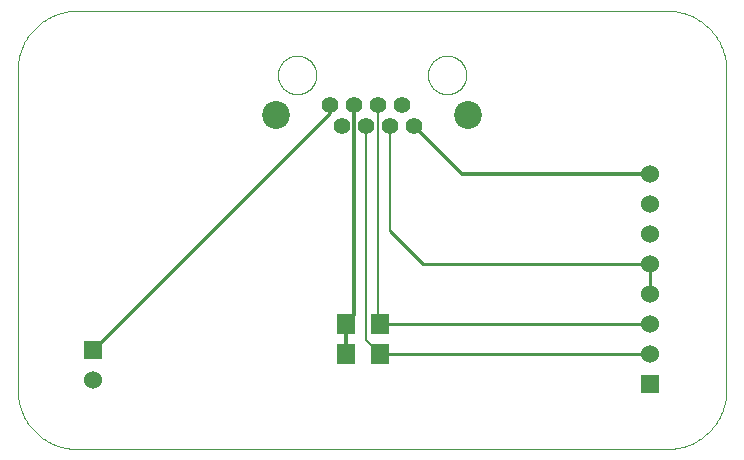
<source format=gtl>
G04 EAGLE Gerber RS-274X export*
G75*
%MOMM*%
%FSLAX34Y34*%
%LPD*%
%INTop Layer*%
%IPPOS*%
%AMOC8*
5,1,8,0,0,1.08239X$1,22.5*%
G01*
%ADD10C,0.000000*%
%ADD11R,1.530000X1.530000*%
%ADD12C,1.530000*%
%ADD13R,1.600000X1.803000*%
%ADD14C,1.422400*%
%ADD15C,2.362200*%
%ADD16C,0.304800*%
%ADD17C,0.254000*%
%ADD18C,0.203200*%


D10*
X0Y321000D02*
X0Y50000D01*
X15Y48792D01*
X58Y47584D01*
X131Y46378D01*
X233Y45174D01*
X365Y43973D01*
X525Y42776D01*
X714Y41582D01*
X931Y40394D01*
X1178Y39211D01*
X1453Y38034D01*
X1756Y36865D01*
X2088Y35703D01*
X2447Y34549D01*
X2834Y33405D01*
X3249Y32270D01*
X3691Y31145D01*
X4160Y30032D01*
X4656Y28930D01*
X5179Y27840D01*
X5727Y26764D01*
X6302Y25701D01*
X6902Y24652D01*
X7527Y23618D01*
X8176Y22599D01*
X8851Y21597D01*
X9549Y20611D01*
X10271Y19642D01*
X11016Y18691D01*
X11784Y17758D01*
X12574Y16844D01*
X13387Y15949D01*
X14220Y15074D01*
X15074Y14220D01*
X15949Y13387D01*
X16844Y12574D01*
X17758Y11784D01*
X18691Y11016D01*
X19642Y10271D01*
X20611Y9549D01*
X21597Y8851D01*
X22599Y8176D01*
X23618Y7527D01*
X24652Y6902D01*
X25701Y6302D01*
X26764Y5727D01*
X27840Y5179D01*
X28930Y4656D01*
X30032Y4160D01*
X31145Y3691D01*
X32270Y3249D01*
X33405Y2834D01*
X34549Y2447D01*
X35703Y2088D01*
X36865Y1756D01*
X38034Y1453D01*
X39211Y1178D01*
X40394Y931D01*
X41582Y714D01*
X42776Y525D01*
X43973Y365D01*
X45174Y233D01*
X46378Y131D01*
X47584Y58D01*
X48792Y15D01*
X50000Y0D01*
X550000Y0D01*
X551208Y15D01*
X552416Y58D01*
X553622Y131D01*
X554826Y233D01*
X556027Y365D01*
X557224Y525D01*
X558418Y714D01*
X559606Y931D01*
X560789Y1178D01*
X561966Y1453D01*
X563135Y1756D01*
X564297Y2088D01*
X565451Y2447D01*
X566595Y2834D01*
X567730Y3249D01*
X568855Y3691D01*
X569968Y4160D01*
X571070Y4656D01*
X572160Y5179D01*
X573236Y5727D01*
X574299Y6302D01*
X575348Y6902D01*
X576382Y7527D01*
X577401Y8176D01*
X578403Y8851D01*
X579389Y9549D01*
X580358Y10271D01*
X581309Y11016D01*
X582242Y11784D01*
X583156Y12574D01*
X584051Y13387D01*
X584926Y14220D01*
X585780Y15074D01*
X586613Y15949D01*
X587426Y16844D01*
X588216Y17758D01*
X588984Y18691D01*
X589729Y19642D01*
X590451Y20611D01*
X591149Y21597D01*
X591824Y22599D01*
X592473Y23618D01*
X593098Y24652D01*
X593698Y25701D01*
X594273Y26764D01*
X594821Y27840D01*
X595344Y28930D01*
X595840Y30032D01*
X596309Y31145D01*
X596751Y32270D01*
X597166Y33405D01*
X597553Y34549D01*
X597912Y35703D01*
X598244Y36865D01*
X598547Y38034D01*
X598822Y39211D01*
X599069Y40394D01*
X599286Y41582D01*
X599475Y42776D01*
X599635Y43973D01*
X599767Y45174D01*
X599869Y46378D01*
X599942Y47584D01*
X599985Y48792D01*
X600000Y50000D01*
X600000Y321000D01*
X599985Y322208D01*
X599942Y323416D01*
X599869Y324622D01*
X599767Y325826D01*
X599635Y327027D01*
X599475Y328224D01*
X599286Y329418D01*
X599069Y330606D01*
X598822Y331789D01*
X598547Y332966D01*
X598244Y334135D01*
X597912Y335297D01*
X597553Y336451D01*
X597166Y337595D01*
X596751Y338730D01*
X596309Y339855D01*
X595840Y340968D01*
X595344Y342070D01*
X594821Y343160D01*
X594273Y344236D01*
X593698Y345299D01*
X593098Y346348D01*
X592473Y347382D01*
X591824Y348401D01*
X591149Y349403D01*
X590451Y350389D01*
X589729Y351358D01*
X588984Y352309D01*
X588216Y353242D01*
X587426Y354156D01*
X586613Y355051D01*
X585780Y355926D01*
X584926Y356780D01*
X584051Y357613D01*
X583156Y358426D01*
X582242Y359216D01*
X581309Y359984D01*
X580358Y360729D01*
X579389Y361451D01*
X578403Y362149D01*
X577401Y362824D01*
X576382Y363473D01*
X575348Y364098D01*
X574299Y364698D01*
X573236Y365273D01*
X572160Y365821D01*
X571070Y366344D01*
X569968Y366840D01*
X568855Y367309D01*
X567730Y367751D01*
X566595Y368166D01*
X565451Y368553D01*
X564297Y368912D01*
X563135Y369244D01*
X561966Y369547D01*
X560789Y369822D01*
X559606Y370069D01*
X558418Y370286D01*
X557224Y370475D01*
X556027Y370635D01*
X554826Y370767D01*
X553622Y370869D01*
X552416Y370942D01*
X551208Y370985D01*
X550000Y371000D01*
X50000Y371000D01*
X48792Y370985D01*
X47584Y370942D01*
X46378Y370869D01*
X45174Y370767D01*
X43973Y370635D01*
X42776Y370475D01*
X41582Y370286D01*
X40394Y370069D01*
X39211Y369822D01*
X38034Y369547D01*
X36865Y369244D01*
X35703Y368912D01*
X34549Y368553D01*
X33405Y368166D01*
X32270Y367751D01*
X31145Y367309D01*
X30032Y366840D01*
X28930Y366344D01*
X27840Y365821D01*
X26764Y365273D01*
X25701Y364698D01*
X24652Y364098D01*
X23618Y363473D01*
X22599Y362824D01*
X21597Y362149D01*
X20611Y361451D01*
X19642Y360729D01*
X18691Y359984D01*
X17758Y359216D01*
X16844Y358426D01*
X15949Y357613D01*
X15074Y356780D01*
X14220Y355926D01*
X13387Y355051D01*
X12574Y354156D01*
X11784Y353242D01*
X11016Y352309D01*
X10271Y351358D01*
X9549Y350389D01*
X8851Y349403D01*
X8176Y348401D01*
X7527Y347382D01*
X6902Y346348D01*
X6302Y345299D01*
X5727Y344236D01*
X5179Y343160D01*
X4656Y342070D01*
X4160Y340968D01*
X3691Y339855D01*
X3249Y338730D01*
X2834Y337595D01*
X2447Y336451D01*
X2088Y335297D01*
X1756Y334135D01*
X1453Y332966D01*
X1178Y331789D01*
X931Y330606D01*
X714Y329418D01*
X525Y328224D01*
X365Y327027D01*
X233Y325826D01*
X131Y324622D01*
X58Y323416D01*
X15Y322208D01*
X0Y321000D01*
D11*
X63500Y83500D03*
D12*
X63500Y58100D03*
X535000Y106200D03*
X535000Y131600D03*
X535000Y157000D03*
X535000Y182400D03*
X535000Y80800D03*
D11*
X535000Y55400D03*
D12*
X535000Y207800D03*
X535000Y233200D03*
D13*
X277880Y80800D03*
X306320Y80800D03*
X277880Y106200D03*
X306320Y106200D03*
D10*
X220244Y316700D02*
X220249Y317099D01*
X220264Y317498D01*
X220288Y317896D01*
X220322Y318293D01*
X220366Y318690D01*
X220420Y319085D01*
X220483Y319479D01*
X220556Y319871D01*
X220639Y320262D01*
X220731Y320650D01*
X220833Y321036D01*
X220944Y321419D01*
X221064Y321799D01*
X221194Y322176D01*
X221333Y322550D01*
X221481Y322921D01*
X221639Y323288D01*
X221805Y323650D01*
X221980Y324009D01*
X222163Y324363D01*
X222356Y324713D01*
X222557Y325057D01*
X222766Y325397D01*
X222984Y325731D01*
X223209Y326060D01*
X223443Y326384D01*
X223685Y326701D01*
X223934Y327013D01*
X224191Y327318D01*
X224455Y327617D01*
X224727Y327909D01*
X225005Y328195D01*
X225291Y328473D01*
X225583Y328745D01*
X225882Y329009D01*
X226187Y329266D01*
X226499Y329515D01*
X226816Y329757D01*
X227140Y329991D01*
X227469Y330216D01*
X227803Y330434D01*
X228143Y330643D01*
X228487Y330844D01*
X228837Y331037D01*
X229191Y331220D01*
X229550Y331395D01*
X229912Y331561D01*
X230279Y331719D01*
X230650Y331867D01*
X231024Y332006D01*
X231401Y332136D01*
X231781Y332256D01*
X232164Y332367D01*
X232550Y332469D01*
X232938Y332561D01*
X233329Y332644D01*
X233721Y332717D01*
X234115Y332780D01*
X234510Y332834D01*
X234907Y332878D01*
X235304Y332912D01*
X235702Y332936D01*
X236101Y332951D01*
X236500Y332956D01*
X236899Y332951D01*
X237298Y332936D01*
X237696Y332912D01*
X238093Y332878D01*
X238490Y332834D01*
X238885Y332780D01*
X239279Y332717D01*
X239671Y332644D01*
X240062Y332561D01*
X240450Y332469D01*
X240836Y332367D01*
X241219Y332256D01*
X241599Y332136D01*
X241976Y332006D01*
X242350Y331867D01*
X242721Y331719D01*
X243088Y331561D01*
X243450Y331395D01*
X243809Y331220D01*
X244163Y331037D01*
X244513Y330844D01*
X244857Y330643D01*
X245197Y330434D01*
X245531Y330216D01*
X245860Y329991D01*
X246184Y329757D01*
X246501Y329515D01*
X246813Y329266D01*
X247118Y329009D01*
X247417Y328745D01*
X247709Y328473D01*
X247995Y328195D01*
X248273Y327909D01*
X248545Y327617D01*
X248809Y327318D01*
X249066Y327013D01*
X249315Y326701D01*
X249557Y326384D01*
X249791Y326060D01*
X250016Y325731D01*
X250234Y325397D01*
X250443Y325057D01*
X250644Y324713D01*
X250837Y324363D01*
X251020Y324009D01*
X251195Y323650D01*
X251361Y323288D01*
X251519Y322921D01*
X251667Y322550D01*
X251806Y322176D01*
X251936Y321799D01*
X252056Y321419D01*
X252167Y321036D01*
X252269Y320650D01*
X252361Y320262D01*
X252444Y319871D01*
X252517Y319479D01*
X252580Y319085D01*
X252634Y318690D01*
X252678Y318293D01*
X252712Y317896D01*
X252736Y317498D01*
X252751Y317099D01*
X252756Y316700D01*
X252751Y316301D01*
X252736Y315902D01*
X252712Y315504D01*
X252678Y315107D01*
X252634Y314710D01*
X252580Y314315D01*
X252517Y313921D01*
X252444Y313529D01*
X252361Y313138D01*
X252269Y312750D01*
X252167Y312364D01*
X252056Y311981D01*
X251936Y311601D01*
X251806Y311224D01*
X251667Y310850D01*
X251519Y310479D01*
X251361Y310112D01*
X251195Y309750D01*
X251020Y309391D01*
X250837Y309037D01*
X250644Y308687D01*
X250443Y308343D01*
X250234Y308003D01*
X250016Y307669D01*
X249791Y307340D01*
X249557Y307016D01*
X249315Y306699D01*
X249066Y306387D01*
X248809Y306082D01*
X248545Y305783D01*
X248273Y305491D01*
X247995Y305205D01*
X247709Y304927D01*
X247417Y304655D01*
X247118Y304391D01*
X246813Y304134D01*
X246501Y303885D01*
X246184Y303643D01*
X245860Y303409D01*
X245531Y303184D01*
X245197Y302966D01*
X244857Y302757D01*
X244513Y302556D01*
X244163Y302363D01*
X243809Y302180D01*
X243450Y302005D01*
X243088Y301839D01*
X242721Y301681D01*
X242350Y301533D01*
X241976Y301394D01*
X241599Y301264D01*
X241219Y301144D01*
X240836Y301033D01*
X240450Y300931D01*
X240062Y300839D01*
X239671Y300756D01*
X239279Y300683D01*
X238885Y300620D01*
X238490Y300566D01*
X238093Y300522D01*
X237696Y300488D01*
X237298Y300464D01*
X236899Y300449D01*
X236500Y300444D01*
X236101Y300449D01*
X235702Y300464D01*
X235304Y300488D01*
X234907Y300522D01*
X234510Y300566D01*
X234115Y300620D01*
X233721Y300683D01*
X233329Y300756D01*
X232938Y300839D01*
X232550Y300931D01*
X232164Y301033D01*
X231781Y301144D01*
X231401Y301264D01*
X231024Y301394D01*
X230650Y301533D01*
X230279Y301681D01*
X229912Y301839D01*
X229550Y302005D01*
X229191Y302180D01*
X228837Y302363D01*
X228487Y302556D01*
X228143Y302757D01*
X227803Y302966D01*
X227469Y303184D01*
X227140Y303409D01*
X226816Y303643D01*
X226499Y303885D01*
X226187Y304134D01*
X225882Y304391D01*
X225583Y304655D01*
X225291Y304927D01*
X225005Y305205D01*
X224727Y305491D01*
X224455Y305783D01*
X224191Y306082D01*
X223934Y306387D01*
X223685Y306699D01*
X223443Y307016D01*
X223209Y307340D01*
X222984Y307669D01*
X222766Y308003D01*
X222557Y308343D01*
X222356Y308687D01*
X222163Y309037D01*
X221980Y309391D01*
X221805Y309750D01*
X221639Y310112D01*
X221481Y310479D01*
X221333Y310850D01*
X221194Y311224D01*
X221064Y311601D01*
X220944Y311981D01*
X220833Y312364D01*
X220731Y312750D01*
X220639Y313138D01*
X220556Y313529D01*
X220483Y313921D01*
X220420Y314315D01*
X220366Y314710D01*
X220322Y315107D01*
X220288Y315504D01*
X220264Y315902D01*
X220249Y316301D01*
X220244Y316700D01*
X347244Y316700D02*
X347249Y317099D01*
X347264Y317498D01*
X347288Y317896D01*
X347322Y318293D01*
X347366Y318690D01*
X347420Y319085D01*
X347483Y319479D01*
X347556Y319871D01*
X347639Y320262D01*
X347731Y320650D01*
X347833Y321036D01*
X347944Y321419D01*
X348064Y321799D01*
X348194Y322176D01*
X348333Y322550D01*
X348481Y322921D01*
X348639Y323288D01*
X348805Y323650D01*
X348980Y324009D01*
X349163Y324363D01*
X349356Y324713D01*
X349557Y325057D01*
X349766Y325397D01*
X349984Y325731D01*
X350209Y326060D01*
X350443Y326384D01*
X350685Y326701D01*
X350934Y327013D01*
X351191Y327318D01*
X351455Y327617D01*
X351727Y327909D01*
X352005Y328195D01*
X352291Y328473D01*
X352583Y328745D01*
X352882Y329009D01*
X353187Y329266D01*
X353499Y329515D01*
X353816Y329757D01*
X354140Y329991D01*
X354469Y330216D01*
X354803Y330434D01*
X355143Y330643D01*
X355487Y330844D01*
X355837Y331037D01*
X356191Y331220D01*
X356550Y331395D01*
X356912Y331561D01*
X357279Y331719D01*
X357650Y331867D01*
X358024Y332006D01*
X358401Y332136D01*
X358781Y332256D01*
X359164Y332367D01*
X359550Y332469D01*
X359938Y332561D01*
X360329Y332644D01*
X360721Y332717D01*
X361115Y332780D01*
X361510Y332834D01*
X361907Y332878D01*
X362304Y332912D01*
X362702Y332936D01*
X363101Y332951D01*
X363500Y332956D01*
X363899Y332951D01*
X364298Y332936D01*
X364696Y332912D01*
X365093Y332878D01*
X365490Y332834D01*
X365885Y332780D01*
X366279Y332717D01*
X366671Y332644D01*
X367062Y332561D01*
X367450Y332469D01*
X367836Y332367D01*
X368219Y332256D01*
X368599Y332136D01*
X368976Y332006D01*
X369350Y331867D01*
X369721Y331719D01*
X370088Y331561D01*
X370450Y331395D01*
X370809Y331220D01*
X371163Y331037D01*
X371513Y330844D01*
X371857Y330643D01*
X372197Y330434D01*
X372531Y330216D01*
X372860Y329991D01*
X373184Y329757D01*
X373501Y329515D01*
X373813Y329266D01*
X374118Y329009D01*
X374417Y328745D01*
X374709Y328473D01*
X374995Y328195D01*
X375273Y327909D01*
X375545Y327617D01*
X375809Y327318D01*
X376066Y327013D01*
X376315Y326701D01*
X376557Y326384D01*
X376791Y326060D01*
X377016Y325731D01*
X377234Y325397D01*
X377443Y325057D01*
X377644Y324713D01*
X377837Y324363D01*
X378020Y324009D01*
X378195Y323650D01*
X378361Y323288D01*
X378519Y322921D01*
X378667Y322550D01*
X378806Y322176D01*
X378936Y321799D01*
X379056Y321419D01*
X379167Y321036D01*
X379269Y320650D01*
X379361Y320262D01*
X379444Y319871D01*
X379517Y319479D01*
X379580Y319085D01*
X379634Y318690D01*
X379678Y318293D01*
X379712Y317896D01*
X379736Y317498D01*
X379751Y317099D01*
X379756Y316700D01*
X379751Y316301D01*
X379736Y315902D01*
X379712Y315504D01*
X379678Y315107D01*
X379634Y314710D01*
X379580Y314315D01*
X379517Y313921D01*
X379444Y313529D01*
X379361Y313138D01*
X379269Y312750D01*
X379167Y312364D01*
X379056Y311981D01*
X378936Y311601D01*
X378806Y311224D01*
X378667Y310850D01*
X378519Y310479D01*
X378361Y310112D01*
X378195Y309750D01*
X378020Y309391D01*
X377837Y309037D01*
X377644Y308687D01*
X377443Y308343D01*
X377234Y308003D01*
X377016Y307669D01*
X376791Y307340D01*
X376557Y307016D01*
X376315Y306699D01*
X376066Y306387D01*
X375809Y306082D01*
X375545Y305783D01*
X375273Y305491D01*
X374995Y305205D01*
X374709Y304927D01*
X374417Y304655D01*
X374118Y304391D01*
X373813Y304134D01*
X373501Y303885D01*
X373184Y303643D01*
X372860Y303409D01*
X372531Y303184D01*
X372197Y302966D01*
X371857Y302757D01*
X371513Y302556D01*
X371163Y302363D01*
X370809Y302180D01*
X370450Y302005D01*
X370088Y301839D01*
X369721Y301681D01*
X369350Y301533D01*
X368976Y301394D01*
X368599Y301264D01*
X368219Y301144D01*
X367836Y301033D01*
X367450Y300931D01*
X367062Y300839D01*
X366671Y300756D01*
X366279Y300683D01*
X365885Y300620D01*
X365490Y300566D01*
X365093Y300522D01*
X364696Y300488D01*
X364298Y300464D01*
X363899Y300449D01*
X363500Y300444D01*
X363101Y300449D01*
X362702Y300464D01*
X362304Y300488D01*
X361907Y300522D01*
X361510Y300566D01*
X361115Y300620D01*
X360721Y300683D01*
X360329Y300756D01*
X359938Y300839D01*
X359550Y300931D01*
X359164Y301033D01*
X358781Y301144D01*
X358401Y301264D01*
X358024Y301394D01*
X357650Y301533D01*
X357279Y301681D01*
X356912Y301839D01*
X356550Y302005D01*
X356191Y302180D01*
X355837Y302363D01*
X355487Y302556D01*
X355143Y302757D01*
X354803Y302966D01*
X354469Y303184D01*
X354140Y303409D01*
X353816Y303643D01*
X353499Y303885D01*
X353187Y304134D01*
X352882Y304391D01*
X352583Y304655D01*
X352291Y304927D01*
X352005Y305205D01*
X351727Y305491D01*
X351455Y305783D01*
X351191Y306082D01*
X350934Y306387D01*
X350685Y306699D01*
X350443Y307016D01*
X350209Y307340D01*
X349984Y307669D01*
X349766Y308003D01*
X349557Y308343D01*
X349356Y308687D01*
X349163Y309037D01*
X348980Y309391D01*
X348805Y309750D01*
X348639Y310112D01*
X348481Y310479D01*
X348333Y310850D01*
X348194Y311224D01*
X348064Y311601D01*
X347944Y311981D01*
X347833Y312364D01*
X347731Y312750D01*
X347639Y313138D01*
X347556Y313529D01*
X347483Y313921D01*
X347420Y314315D01*
X347366Y314710D01*
X347322Y315107D01*
X347288Y315504D01*
X347264Y315902D01*
X347249Y316301D01*
X347244Y316700D01*
D14*
X264440Y291300D03*
X274600Y273520D03*
X284760Y291300D03*
X294920Y273520D03*
X305080Y291300D03*
X315240Y273520D03*
X325400Y291300D03*
X335560Y273520D03*
D15*
X381026Y282410D03*
X218974Y282410D03*
D16*
X277880Y106200D02*
X277880Y80800D01*
X284760Y113080D02*
X284760Y291300D01*
X284760Y113080D02*
X277880Y106200D01*
D17*
X535000Y131600D02*
X535000Y157000D01*
X343000Y157000D01*
X315080Y184920D01*
D18*
X315080Y273360D01*
X315240Y273520D01*
D17*
X306320Y106200D02*
X535000Y106200D01*
X306320Y106200D02*
X300000Y106200D01*
D18*
X305080Y107440D02*
X306320Y106200D01*
X305080Y107440D02*
X305080Y291300D01*
D17*
X306320Y80800D02*
X535000Y80800D01*
D18*
X294920Y92200D02*
X294920Y273520D01*
X294920Y92200D02*
X306320Y80800D01*
D17*
X264440Y284440D02*
X63500Y83500D01*
X264440Y284440D02*
X264440Y291300D01*
D16*
X335560Y273520D02*
X375880Y233200D01*
X535000Y233200D01*
M02*

</source>
